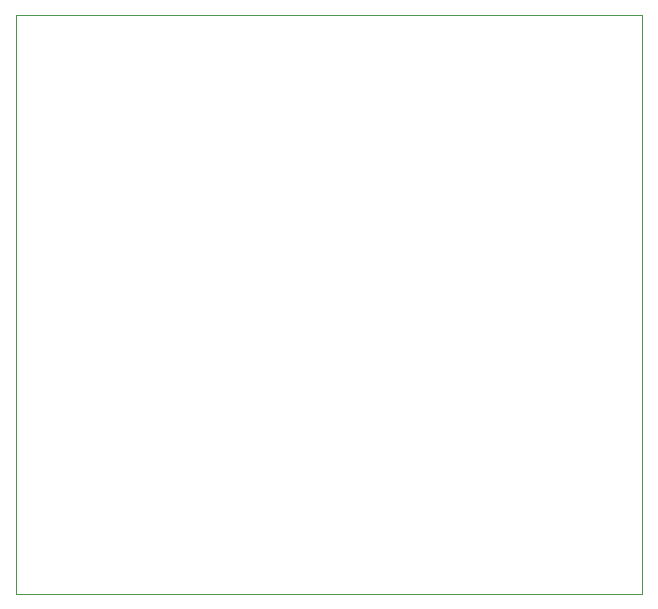
<source format=gbr>
%TF.GenerationSoftware,KiCad,Pcbnew,8.0.0*%
%TF.CreationDate,2024-03-24T11:48:13-04:00*%
%TF.ProjectId,coil-driver,636f696c-2d64-4726-9976-65722e6b6963,rev?*%
%TF.SameCoordinates,Original*%
%TF.FileFunction,Profile,NP*%
%FSLAX46Y46*%
G04 Gerber Fmt 4.6, Leading zero omitted, Abs format (unit mm)*
G04 Created by KiCad (PCBNEW 8.0.0) date 2024-03-24 11:48:13*
%MOMM*%
%LPD*%
G01*
G04 APERTURE LIST*
%TA.AperFunction,Profile*%
%ADD10C,0.100000*%
%TD*%
G04 APERTURE END LIST*
D10*
X95500000Y-98000000D02*
X148500000Y-98000000D01*
X148500000Y-147000000D01*
X95500000Y-147000000D01*
X95500000Y-98000000D01*
M02*

</source>
